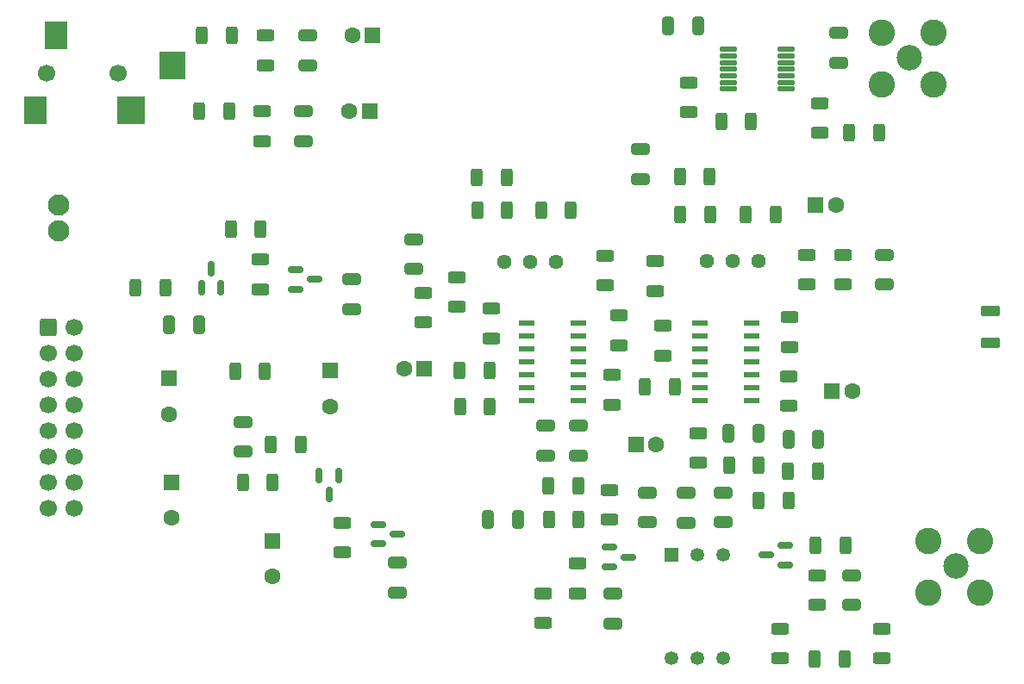
<source format=gts>
G04 #@! TF.GenerationSoftware,KiCad,Pcbnew,6.0.10-86aedd382b~118~ubuntu20.04.1*
G04 #@! TF.CreationDate,2023-01-17T10:28:52-05:00*
G04 #@! TF.ProjectId,sdt_qse_1496,7364745f-7173-4655-9f31-3439362e6b69,2.0*
G04 #@! TF.SameCoordinates,Original*
G04 #@! TF.FileFunction,Soldermask,Top*
G04 #@! TF.FilePolarity,Negative*
%FSLAX46Y46*%
G04 Gerber Fmt 4.6, Leading zero omitted, Abs format (unit mm)*
G04 Created by KiCad (PCBNEW 6.0.10-86aedd382b~118~ubuntu20.04.1) date 2023-01-17 10:28:52*
%MOMM*%
%LPD*%
G01*
G04 APERTURE LIST*
G04 Aperture macros list*
%AMRoundRect*
0 Rectangle with rounded corners*
0 $1 Rounding radius*
0 $2 $3 $4 $5 $6 $7 $8 $9 X,Y pos of 4 corners*
0 Add a 4 corners polygon primitive as box body*
4,1,4,$2,$3,$4,$5,$6,$7,$8,$9,$2,$3,0*
0 Add four circle primitives for the rounded corners*
1,1,$1+$1,$2,$3*
1,1,$1+$1,$4,$5*
1,1,$1+$1,$6,$7*
1,1,$1+$1,$8,$9*
0 Add four rect primitives between the rounded corners*
20,1,$1+$1,$2,$3,$4,$5,0*
20,1,$1+$1,$4,$5,$6,$7,0*
20,1,$1+$1,$6,$7,$8,$9,0*
20,1,$1+$1,$8,$9,$2,$3,0*%
G04 Aperture macros list end*
%ADD10R,1.346200X1.346200*%
%ADD11C,1.346200*%
%ADD12RoundRect,0.250000X-0.600000X-0.600000X0.600000X-0.600000X0.600000X0.600000X-0.600000X0.600000X0*%
%ADD13C,1.700000*%
%ADD14R,1.600200X0.558800*%
%ADD15RoundRect,0.250000X-0.625000X0.312500X-0.625000X-0.312500X0.625000X-0.312500X0.625000X0.312500X0*%
%ADD16RoundRect,0.250000X-0.312500X-0.625000X0.312500X-0.625000X0.312500X0.625000X-0.312500X0.625000X0*%
%ADD17RoundRect,0.020500X-0.764500X-0.184500X0.764500X-0.184500X0.764500X0.184500X-0.764500X0.184500X0*%
%ADD18RoundRect,0.250000X0.325000X0.650000X-0.325000X0.650000X-0.325000X-0.650000X0.325000X-0.650000X0*%
%ADD19RoundRect,0.250000X0.312500X0.625000X-0.312500X0.625000X-0.312500X-0.625000X0.312500X-0.625000X0*%
%ADD20RoundRect,0.150000X-0.587500X-0.150000X0.587500X-0.150000X0.587500X0.150000X-0.587500X0.150000X0*%
%ADD21C,2.600000*%
%ADD22C,2.500000*%
%ADD23R,1.600000X1.600000*%
%ADD24C,1.600000*%
%ADD25RoundRect,0.250000X-0.325000X-0.650000X0.325000X-0.650000X0.325000X0.650000X-0.325000X0.650000X0*%
%ADD26RoundRect,0.150000X0.150000X-0.587500X0.150000X0.587500X-0.150000X0.587500X-0.150000X-0.587500X0*%
%ADD27RoundRect,0.250000X-0.650000X0.325000X-0.650000X-0.325000X0.650000X-0.325000X0.650000X0.325000X0*%
%ADD28RoundRect,0.250000X0.625000X-0.312500X0.625000X0.312500X-0.625000X0.312500X-0.625000X-0.312500X0*%
%ADD29RoundRect,0.250000X0.700000X-0.275000X0.700000X0.275000X-0.700000X0.275000X-0.700000X-0.275000X0*%
%ADD30C,1.440000*%
%ADD31RoundRect,0.250000X0.650000X-0.325000X0.650000X0.325000X-0.650000X0.325000X-0.650000X-0.325000X0*%
%ADD32R,2.200000X2.800000*%
%ADD33R,2.800000X2.800000*%
%ADD34R,2.600000X2.800000*%
%ADD35RoundRect,0.150000X-0.150000X0.587500X-0.150000X-0.587500X0.150000X-0.587500X0.150000X0.587500X0*%
%ADD36C,2.100000*%
%ADD37RoundRect,0.150000X0.587500X0.150000X-0.587500X0.150000X-0.587500X-0.150000X0.587500X-0.150000X0*%
G04 APERTURE END LIST*
D10*
X160190000Y-124870000D03*
D11*
X160190000Y-135030000D03*
X162730000Y-124870000D03*
X162730000Y-135030000D03*
X165270000Y-124870000D03*
X165270000Y-135030000D03*
D12*
X99000000Y-102500000D03*
D13*
X101540000Y-102500000D03*
X99000000Y-105040000D03*
X101540000Y-105040000D03*
X99000000Y-107580000D03*
X101540000Y-107580000D03*
X99000000Y-110120000D03*
X101540000Y-110120000D03*
X99000000Y-112660000D03*
X101540000Y-112660000D03*
X99000000Y-115200000D03*
X101540000Y-115200000D03*
X99000000Y-117740000D03*
X101540000Y-117740000D03*
X99000000Y-120280000D03*
X101540000Y-120280000D03*
D14*
X151052700Y-102065000D03*
X151052700Y-103335000D03*
X151052700Y-104605000D03*
X151052700Y-105875000D03*
X151052700Y-107145000D03*
X151052700Y-108415000D03*
X151052700Y-109685000D03*
X145947300Y-109685000D03*
X145947300Y-108415000D03*
X145947300Y-107145000D03*
X145947300Y-105875000D03*
X145947300Y-104605000D03*
X145947300Y-103335000D03*
X145947300Y-102065000D03*
D15*
X174760000Y-80457500D03*
X174760000Y-83382500D03*
D16*
X139407500Y-106730000D03*
X142332500Y-106730000D03*
D17*
X165755000Y-75175000D03*
X165755000Y-75825000D03*
X165755000Y-76475000D03*
X165755000Y-77125000D03*
X165755000Y-77775000D03*
X165755000Y-78425000D03*
X165755000Y-79075000D03*
X171495000Y-79075000D03*
X171495000Y-78425000D03*
X171495000Y-77775000D03*
X171495000Y-77125000D03*
X171495000Y-76475000D03*
X171495000Y-75825000D03*
X171495000Y-75175000D03*
D18*
X162845000Y-72825000D03*
X159895000Y-72825000D03*
D19*
X180592500Y-83400000D03*
X177667500Y-83400000D03*
D20*
X131412500Y-121850000D03*
X131412500Y-123750000D03*
X133287500Y-122800000D03*
D16*
X161047850Y-91386000D03*
X163972850Y-91386000D03*
X113837500Y-81250000D03*
X116762500Y-81250000D03*
X147387500Y-91000000D03*
X150312500Y-91000000D03*
D21*
X185460000Y-123460000D03*
X190540000Y-128540000D03*
X185460000Y-128540000D03*
X190540000Y-123460000D03*
D22*
X188100000Y-125925000D03*
D16*
X141137500Y-91000000D03*
X144062500Y-91000000D03*
D23*
X121000000Y-123500000D03*
D24*
X121000000Y-127000000D03*
D25*
X165825000Y-112925000D03*
X168775000Y-112925000D03*
D21*
X180885000Y-73535000D03*
X185965000Y-73535000D03*
X185965000Y-78615000D03*
X180885000Y-78615000D03*
D22*
X183525000Y-76000000D03*
D18*
X145150000Y-121375000D03*
X142200000Y-121375000D03*
D26*
X114050000Y-98637500D03*
X115950000Y-98637500D03*
X115000000Y-96762500D03*
D27*
X161675000Y-118750000D03*
X161675000Y-121700000D03*
D19*
X141087500Y-87775000D03*
X144012500Y-87775000D03*
D28*
X171680350Y-110218500D03*
X171680350Y-107293500D03*
D29*
X191500000Y-104025000D03*
X191500000Y-100875000D03*
D23*
X130855113Y-73830000D03*
D24*
X128855113Y-73830000D03*
D15*
X153650000Y-95447500D03*
X153650000Y-98372500D03*
D16*
X118087500Y-117750000D03*
X121012500Y-117750000D03*
X171637500Y-116625000D03*
X174562500Y-116625000D03*
D23*
X110850000Y-107522349D03*
D24*
X110850000Y-111022349D03*
D27*
X151080000Y-112175000D03*
X151080000Y-115125000D03*
D15*
X119990000Y-81257500D03*
X119990000Y-84182500D03*
D23*
X156694888Y-114025000D03*
D24*
X158694888Y-114025000D03*
D28*
X162825000Y-115812500D03*
X162825000Y-112887500D03*
D19*
X151087500Y-121400000D03*
X148162500Y-121400000D03*
D27*
X133275000Y-125600000D03*
X133275000Y-128550000D03*
D28*
X147610000Y-131562500D03*
X147610000Y-128637500D03*
D15*
X154090000Y-118487500D03*
X154090000Y-121412500D03*
D28*
X171760350Y-104408500D03*
X171760350Y-101483500D03*
D15*
X159350000Y-102337500D03*
X159350000Y-105262500D03*
D19*
X177287500Y-123925000D03*
X174362500Y-123925000D03*
D28*
X155050000Y-104272500D03*
X155050000Y-101347500D03*
D15*
X177075000Y-95362500D03*
X177075000Y-98287500D03*
D27*
X165275000Y-118725000D03*
X165275000Y-121675000D03*
D30*
X143750000Y-96050000D03*
X146290000Y-96050000D03*
X148830000Y-96050000D03*
D15*
X161860000Y-78427500D03*
X161860000Y-81352500D03*
X135790000Y-99077500D03*
X135790000Y-102002500D03*
X127850000Y-121687500D03*
X127850000Y-124612500D03*
D23*
X126700000Y-106747349D03*
D24*
X126700000Y-110247349D03*
D19*
X168022500Y-82240000D03*
X165097500Y-82240000D03*
D15*
X142525000Y-100662500D03*
X142525000Y-103587500D03*
D23*
X135930113Y-106550000D03*
D24*
X133930113Y-106550000D03*
D27*
X157150000Y-84950000D03*
X157150000Y-87900000D03*
D20*
X123262500Y-96850000D03*
X123262500Y-98750000D03*
X125137500Y-97800000D03*
D15*
X173510350Y-95363500D03*
X173510350Y-98288500D03*
D31*
X177900000Y-129800000D03*
X177900000Y-126850000D03*
D27*
X124070000Y-81255000D03*
X124070000Y-84205000D03*
D28*
X174475000Y-129787500D03*
X174475000Y-126862500D03*
D31*
X154420000Y-131605000D03*
X154420000Y-128655000D03*
D28*
X158580350Y-98908500D03*
X158580350Y-95983500D03*
D19*
X163962500Y-87675000D03*
X161037500Y-87675000D03*
D23*
X111050000Y-117747349D03*
D24*
X111050000Y-121247349D03*
D27*
X147875000Y-112175000D03*
X147875000Y-115125000D03*
D15*
X180850000Y-132112500D03*
X180850000Y-135037500D03*
D13*
X105837500Y-77500000D03*
X98837500Y-77500000D03*
D32*
X97737500Y-81200000D03*
D33*
X107137500Y-81200000D03*
D32*
X99737500Y-73800000D03*
D34*
X111137500Y-76750000D03*
D35*
X127500000Y-117062500D03*
X125600000Y-117062500D03*
X126550000Y-118937500D03*
D19*
X171712500Y-119475000D03*
X168787500Y-119475000D03*
D28*
X139140000Y-100492500D03*
X139140000Y-97567500D03*
D31*
X134850000Y-96780112D03*
X134850000Y-93830112D03*
D25*
X171669350Y-113538000D03*
X174619350Y-113538000D03*
D31*
X176650000Y-76500000D03*
X176650000Y-73550000D03*
D28*
X150940000Y-128642500D03*
X150940000Y-125717500D03*
D16*
X120837500Y-114050000D03*
X123762500Y-114050000D03*
D25*
X110850000Y-102275000D03*
X113800000Y-102275000D03*
D16*
X174287500Y-135075000D03*
X177212500Y-135075000D03*
X148112500Y-118075000D03*
X151037500Y-118075000D03*
D27*
X128775000Y-97800000D03*
X128775000Y-100750000D03*
D16*
X157587850Y-108326000D03*
X160512850Y-108326000D03*
D27*
X124454887Y-73815000D03*
X124454887Y-76765000D03*
D15*
X120294887Y-73807500D03*
X120294887Y-76732500D03*
D16*
X165862500Y-116025000D03*
X168787500Y-116025000D03*
D23*
X175950000Y-108750000D03*
D24*
X177950000Y-108750000D03*
D16*
X114052387Y-73810000D03*
X116977387Y-73810000D03*
D19*
X120262500Y-106800000D03*
X117337500Y-106800000D03*
D16*
X107537500Y-98600000D03*
X110462500Y-98600000D03*
X139412500Y-110300000D03*
X142337500Y-110300000D03*
D20*
X154112500Y-124125000D03*
X154112500Y-126025000D03*
X155987500Y-125075000D03*
D36*
X100000000Y-93000000D03*
X100000000Y-90500000D03*
D16*
X116912500Y-92825000D03*
X119837500Y-92825000D03*
D27*
X157820000Y-118720000D03*
X157820000Y-121670000D03*
D37*
X171362500Y-125825000D03*
X171362500Y-123925000D03*
X169487500Y-124875000D03*
D15*
X119825000Y-95837500D03*
X119825000Y-98762500D03*
D19*
X170412500Y-91400000D03*
X167487500Y-91400000D03*
D14*
X162972300Y-102065000D03*
X162972300Y-103335000D03*
X162972300Y-104605000D03*
X162972300Y-105875000D03*
X162972300Y-107145000D03*
X162972300Y-108415000D03*
X162972300Y-109685000D03*
X168077700Y-109685000D03*
X168077700Y-108415000D03*
X168077700Y-107145000D03*
X168077700Y-105875000D03*
X168077700Y-104605000D03*
X168077700Y-103335000D03*
X168077700Y-102065000D03*
D31*
X118100000Y-114725000D03*
X118100000Y-111775000D03*
D23*
X130565113Y-81250000D03*
D24*
X128565113Y-81250000D03*
D15*
X170850000Y-132112500D03*
X170850000Y-135037500D03*
D27*
X181075000Y-95350000D03*
X181075000Y-98300000D03*
D23*
X174344887Y-90450000D03*
D24*
X176344887Y-90450000D03*
D28*
X154360000Y-110082500D03*
X154360000Y-107157500D03*
D30*
X168740350Y-95986000D03*
X166200350Y-95986000D03*
X163660350Y-95986000D03*
M02*

</source>
